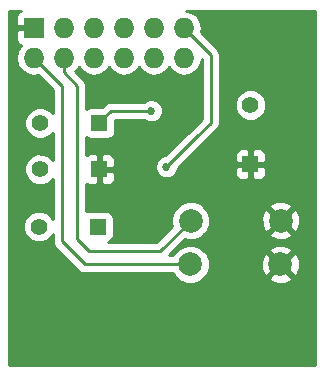
<source format=gbl>
G04 #@! TF.FileFunction,Copper,L2,Bot,Signal*
%FSLAX46Y46*%
G04 Gerber Fmt 4.6, Leading zero omitted, Abs format (unit mm)*
G04 Created by KiCad (PCBNEW 4.0.1-3.201512221402+6198~38~ubuntu14.04.1-stable) date Sun 07 Feb 2016 08:00:25 PM PST*
%MOMM*%
G01*
G04 APERTURE LIST*
%ADD10C,0.100000*%
%ADD11R,1.727200X1.727200*%
%ADD12O,1.727200X1.727200*%
%ADD13R,1.400000X1.400000*%
%ADD14C,1.400000*%
%ADD15C,1.998980*%
%ADD16C,0.685800*%
%ADD17C,0.254000*%
G04 APERTURE END LIST*
D10*
D11*
X154597100Y-97612200D03*
D12*
X154597100Y-100152200D03*
X157137100Y-97612200D03*
X157137100Y-100152200D03*
X159677100Y-97612200D03*
X159677100Y-100152200D03*
X162217100Y-97612200D03*
X162217100Y-100152200D03*
X164757100Y-97612200D03*
X164757100Y-100152200D03*
X167297100Y-97612200D03*
X167297100Y-100152200D03*
D13*
X172948600Y-109143800D03*
D14*
X172948600Y-104143800D03*
D13*
X160143200Y-109575600D03*
D14*
X155143200Y-109575600D03*
D13*
X160147000Y-105664000D03*
D14*
X155147000Y-105664000D03*
D13*
X160020000Y-114427000D03*
D14*
X155020000Y-114427000D03*
D15*
X175488600Y-117627400D03*
X167868600Y-117627400D03*
X175514000Y-113919000D03*
X167894000Y-113919000D03*
D16*
X166042720Y-105525159D03*
X168680000Y-109094400D03*
X161798000Y-107594400D03*
X164541200Y-104622600D03*
X165836600Y-109372400D03*
D17*
X164541200Y-104622600D02*
X161137600Y-104622600D01*
X161137600Y-104622600D02*
X160147000Y-105613200D01*
X160147000Y-105613200D02*
X160147000Y-105664000D01*
X158927800Y-117627400D02*
X156972000Y-115671600D01*
X156972000Y-115671600D02*
X156972000Y-102527100D01*
X156972000Y-102527100D02*
X155460699Y-101015799D01*
X155460699Y-101015799D02*
X154597100Y-100152200D01*
X167868600Y-117627400D02*
X158927800Y-117627400D01*
X157137100Y-100152200D02*
X157137100Y-101373514D01*
X157137100Y-101373514D02*
X158292800Y-102529214D01*
X165303200Y-116509800D02*
X167894000Y-113919000D01*
X158292800Y-102529214D02*
X158292800Y-115493800D01*
X158292800Y-115493800D02*
X159308800Y-116509800D01*
X159308800Y-116509800D02*
X165303200Y-116509800D01*
X169570400Y-105664000D02*
X169570400Y-99885500D01*
X169570400Y-99885500D02*
X167297100Y-97612200D01*
X168465501Y-106768899D02*
X169570400Y-105664000D01*
X165836600Y-109372400D02*
X168440101Y-106768899D01*
X168440101Y-106768899D02*
X168465501Y-106768899D01*
G36*
X153373802Y-96210273D02*
X153195173Y-96388901D01*
X153098500Y-96622290D01*
X153098500Y-97326450D01*
X153257250Y-97485200D01*
X154470100Y-97485200D01*
X154470100Y-97465200D01*
X154724100Y-97465200D01*
X154724100Y-97485200D01*
X154744100Y-97485200D01*
X154744100Y-97739200D01*
X154724100Y-97739200D01*
X154724100Y-97759200D01*
X154470100Y-97759200D01*
X154470100Y-97739200D01*
X153257250Y-97739200D01*
X153098500Y-97897950D01*
X153098500Y-98602110D01*
X153195173Y-98835499D01*
X153373802Y-99014127D01*
X153529123Y-99078463D01*
X153508071Y-99092530D01*
X153183215Y-99578711D01*
X153069141Y-100152200D01*
X153183215Y-100725689D01*
X153508071Y-101211870D01*
X153994252Y-101536726D01*
X154567741Y-101650800D01*
X154626459Y-101650800D01*
X154953098Y-101585828D01*
X156210000Y-102842731D01*
X156210000Y-104839232D01*
X155904204Y-104532902D01*
X155413713Y-104329232D01*
X154882617Y-104328769D01*
X154391771Y-104531582D01*
X154015902Y-104906796D01*
X153812232Y-105397287D01*
X153811769Y-105928383D01*
X154014582Y-106419229D01*
X154389796Y-106795098D01*
X154880287Y-106998768D01*
X155411383Y-106999231D01*
X155902229Y-106796418D01*
X156210000Y-106489183D01*
X156210000Y-108754638D01*
X155900404Y-108444502D01*
X155409913Y-108240832D01*
X154878817Y-108240369D01*
X154387971Y-108443182D01*
X154012102Y-108818396D01*
X153808432Y-109308887D01*
X153807969Y-109839983D01*
X154010782Y-110330829D01*
X154385996Y-110706698D01*
X154876487Y-110910368D01*
X155407583Y-110910831D01*
X155898429Y-110708018D01*
X156210000Y-110396990D01*
X156210000Y-113811130D01*
X156152418Y-113671771D01*
X155777204Y-113295902D01*
X155286713Y-113092232D01*
X154755617Y-113091769D01*
X154264771Y-113294582D01*
X153888902Y-113669796D01*
X153685232Y-114160287D01*
X153684769Y-114691383D01*
X153887582Y-115182229D01*
X154262796Y-115558098D01*
X154753287Y-115761768D01*
X155284383Y-115762231D01*
X155775229Y-115559418D01*
X156151098Y-115184204D01*
X156210000Y-115042352D01*
X156210000Y-115671600D01*
X156268004Y-115963205D01*
X156424753Y-116197796D01*
X156433185Y-116210415D01*
X158388985Y-118166215D01*
X158636195Y-118331396D01*
X158927800Y-118389400D01*
X166414930Y-118389400D01*
X166482138Y-118552055D01*
X166941527Y-119012246D01*
X167542053Y-119261606D01*
X168192294Y-119262174D01*
X168793255Y-119013862D01*
X169027963Y-118779563D01*
X174516043Y-118779563D01*
X174614642Y-119046365D01*
X175224182Y-119272801D01*
X175873977Y-119248741D01*
X176362558Y-119046365D01*
X176461157Y-118779563D01*
X175488600Y-117807005D01*
X174516043Y-118779563D01*
X169027963Y-118779563D01*
X169253446Y-118554473D01*
X169502806Y-117953947D01*
X169503322Y-117362982D01*
X173843199Y-117362982D01*
X173867259Y-118012777D01*
X174069635Y-118501358D01*
X174336437Y-118599957D01*
X175308995Y-117627400D01*
X175668205Y-117627400D01*
X176640763Y-118599957D01*
X176907565Y-118501358D01*
X177134001Y-117891818D01*
X177109941Y-117242023D01*
X176907565Y-116753442D01*
X176640763Y-116654843D01*
X175668205Y-117627400D01*
X175308995Y-117627400D01*
X174336437Y-116654843D01*
X174069635Y-116753442D01*
X173843199Y-117362982D01*
X169503322Y-117362982D01*
X169503374Y-117303706D01*
X169255062Y-116702745D01*
X169027951Y-116475237D01*
X174516043Y-116475237D01*
X175488600Y-117447795D01*
X176461157Y-116475237D01*
X176362558Y-116208435D01*
X175753018Y-115981999D01*
X175103223Y-116006059D01*
X174614642Y-116208435D01*
X174516043Y-116475237D01*
X169027951Y-116475237D01*
X168795673Y-116242554D01*
X168195147Y-115993194D01*
X167544906Y-115992626D01*
X166943945Y-116240938D01*
X166483754Y-116700327D01*
X166415210Y-116865400D01*
X166025230Y-116865400D01*
X167404916Y-115485715D01*
X167567453Y-115553206D01*
X168217694Y-115553774D01*
X168818655Y-115305462D01*
X169053363Y-115071163D01*
X174541443Y-115071163D01*
X174640042Y-115337965D01*
X175249582Y-115564401D01*
X175899377Y-115540341D01*
X176387958Y-115337965D01*
X176486557Y-115071163D01*
X175514000Y-114098605D01*
X174541443Y-115071163D01*
X169053363Y-115071163D01*
X169278846Y-114846073D01*
X169528206Y-114245547D01*
X169528722Y-113654582D01*
X173868599Y-113654582D01*
X173892659Y-114304377D01*
X174095035Y-114792958D01*
X174361837Y-114891557D01*
X175334395Y-113919000D01*
X175693605Y-113919000D01*
X176666163Y-114891557D01*
X176932965Y-114792958D01*
X177159401Y-114183418D01*
X177135341Y-113533623D01*
X176932965Y-113045042D01*
X176666163Y-112946443D01*
X175693605Y-113919000D01*
X175334395Y-113919000D01*
X174361837Y-112946443D01*
X174095035Y-113045042D01*
X173868599Y-113654582D01*
X169528722Y-113654582D01*
X169528774Y-113595306D01*
X169280462Y-112994345D01*
X169053351Y-112766837D01*
X174541443Y-112766837D01*
X175514000Y-113739395D01*
X176486557Y-112766837D01*
X176387958Y-112500035D01*
X175778418Y-112273599D01*
X175128623Y-112297659D01*
X174640042Y-112500035D01*
X174541443Y-112766837D01*
X169053351Y-112766837D01*
X168821073Y-112534154D01*
X168220547Y-112284794D01*
X167570306Y-112284226D01*
X166969345Y-112532538D01*
X166509154Y-112991927D01*
X166259794Y-113592453D01*
X166259226Y-114242694D01*
X166327482Y-114407887D01*
X164987570Y-115747800D01*
X160861579Y-115747800D01*
X160955317Y-115730162D01*
X161171441Y-115591090D01*
X161316431Y-115378890D01*
X161367440Y-115127000D01*
X161367440Y-113727000D01*
X161323162Y-113491683D01*
X161184090Y-113275559D01*
X160971890Y-113130569D01*
X160720000Y-113079560D01*
X159320000Y-113079560D01*
X159084683Y-113123838D01*
X159054800Y-113143067D01*
X159054800Y-110785225D01*
X159083502Y-110813927D01*
X159316891Y-110910600D01*
X159857450Y-110910600D01*
X160016200Y-110751850D01*
X160016200Y-109702600D01*
X160270200Y-109702600D01*
X160270200Y-110751850D01*
X160428950Y-110910600D01*
X160969509Y-110910600D01*
X161202898Y-110813927D01*
X161381527Y-110635299D01*
X161478200Y-110401910D01*
X161478200Y-109861350D01*
X161319450Y-109702600D01*
X160270200Y-109702600D01*
X160016200Y-109702600D01*
X159996200Y-109702600D01*
X159996200Y-109448600D01*
X160016200Y-109448600D01*
X160016200Y-108399350D01*
X160270200Y-108399350D01*
X160270200Y-109448600D01*
X161319450Y-109448600D01*
X161478200Y-109289850D01*
X161478200Y-108749290D01*
X161381527Y-108515901D01*
X161202898Y-108337273D01*
X160969509Y-108240600D01*
X160428950Y-108240600D01*
X160270200Y-108399350D01*
X160016200Y-108399350D01*
X159857450Y-108240600D01*
X159316891Y-108240600D01*
X159083502Y-108337273D01*
X159054800Y-108365975D01*
X159054800Y-106864561D01*
X159195110Y-106960431D01*
X159447000Y-107011440D01*
X160847000Y-107011440D01*
X161082317Y-106967162D01*
X161298441Y-106828090D01*
X161443431Y-106615890D01*
X161494440Y-106364000D01*
X161494440Y-105384600D01*
X163920117Y-105384600D01*
X163986541Y-105451140D01*
X164345830Y-105600330D01*
X164734863Y-105600669D01*
X165094412Y-105452107D01*
X165369740Y-105177259D01*
X165518930Y-104817970D01*
X165519269Y-104428937D01*
X165370707Y-104069388D01*
X165095859Y-103794060D01*
X164736570Y-103644870D01*
X164347537Y-103644531D01*
X163987988Y-103793093D01*
X163920363Y-103860600D01*
X161137600Y-103860600D01*
X160845995Y-103918604D01*
X160622497Y-104067941D01*
X160598785Y-104083785D01*
X160366010Y-104316560D01*
X159447000Y-104316560D01*
X159211683Y-104360838D01*
X159054800Y-104461789D01*
X159054800Y-102529214D01*
X158996796Y-102237609D01*
X158889821Y-102077510D01*
X158831616Y-101990399D01*
X158122398Y-101281181D01*
X158226129Y-101211870D01*
X158407100Y-100941028D01*
X158588071Y-101211870D01*
X159074252Y-101536726D01*
X159647741Y-101650800D01*
X159706459Y-101650800D01*
X160279948Y-101536726D01*
X160766129Y-101211870D01*
X160947100Y-100941028D01*
X161128071Y-101211870D01*
X161614252Y-101536726D01*
X162187741Y-101650800D01*
X162246459Y-101650800D01*
X162819948Y-101536726D01*
X163306129Y-101211870D01*
X163487100Y-100941028D01*
X163668071Y-101211870D01*
X164154252Y-101536726D01*
X164727741Y-101650800D01*
X164786459Y-101650800D01*
X165359948Y-101536726D01*
X165846129Y-101211870D01*
X166027100Y-100941028D01*
X166208071Y-101211870D01*
X166694252Y-101536726D01*
X167267741Y-101650800D01*
X167326459Y-101650800D01*
X167899948Y-101536726D01*
X168386129Y-101211870D01*
X168710985Y-100725689D01*
X168808400Y-100235950D01*
X168808400Y-105348370D01*
X167977835Y-106178935D01*
X167901285Y-106230084D01*
X165736957Y-108394413D01*
X165642937Y-108394331D01*
X165283388Y-108542893D01*
X165008060Y-108817741D01*
X164858870Y-109177030D01*
X164858531Y-109566063D01*
X165007093Y-109925612D01*
X165281941Y-110200940D01*
X165641230Y-110350130D01*
X166030263Y-110350469D01*
X166389812Y-110201907D01*
X166665140Y-109927059D01*
X166814330Y-109567770D01*
X166814413Y-109472217D01*
X166857080Y-109429550D01*
X171613600Y-109429550D01*
X171613600Y-109970109D01*
X171710273Y-110203498D01*
X171888901Y-110382127D01*
X172122290Y-110478800D01*
X172662850Y-110478800D01*
X172821600Y-110320050D01*
X172821600Y-109270800D01*
X173075600Y-109270800D01*
X173075600Y-110320050D01*
X173234350Y-110478800D01*
X173774910Y-110478800D01*
X174008299Y-110382127D01*
X174186927Y-110203498D01*
X174283600Y-109970109D01*
X174283600Y-109429550D01*
X174124850Y-109270800D01*
X173075600Y-109270800D01*
X172821600Y-109270800D01*
X171772350Y-109270800D01*
X171613600Y-109429550D01*
X166857080Y-109429550D01*
X167969139Y-108317491D01*
X171613600Y-108317491D01*
X171613600Y-108858050D01*
X171772350Y-109016800D01*
X172821600Y-109016800D01*
X172821600Y-107967550D01*
X173075600Y-107967550D01*
X173075600Y-109016800D01*
X174124850Y-109016800D01*
X174283600Y-108858050D01*
X174283600Y-108317491D01*
X174186927Y-108084102D01*
X174008299Y-107905473D01*
X173774910Y-107808800D01*
X173234350Y-107808800D01*
X173075600Y-107967550D01*
X172821600Y-107967550D01*
X172662850Y-107808800D01*
X172122290Y-107808800D01*
X171888901Y-107905473D01*
X171710273Y-108084102D01*
X171613600Y-108317491D01*
X167969139Y-108317491D01*
X168927771Y-107358860D01*
X169004316Y-107307714D01*
X170109215Y-106202815D01*
X170274396Y-105955605D01*
X170284501Y-105904804D01*
X170332400Y-105664000D01*
X170332400Y-104408183D01*
X171613369Y-104408183D01*
X171816182Y-104899029D01*
X172191396Y-105274898D01*
X172681887Y-105478568D01*
X173212983Y-105479031D01*
X173703829Y-105276218D01*
X174079698Y-104901004D01*
X174283368Y-104410513D01*
X174283831Y-103879417D01*
X174081018Y-103388571D01*
X173705804Y-103012702D01*
X173215313Y-102809032D01*
X172684217Y-102808569D01*
X172193371Y-103011382D01*
X171817502Y-103386596D01*
X171613832Y-103877087D01*
X171613369Y-104408183D01*
X170332400Y-104408183D01*
X170332400Y-99885500D01*
X170274396Y-99593895D01*
X170138292Y-99390201D01*
X170109216Y-99346685D01*
X168750345Y-97987814D01*
X168825059Y-97612200D01*
X168710985Y-97038711D01*
X168386129Y-96552530D01*
X167899948Y-96227674D01*
X167454153Y-96139000D01*
X178435000Y-96139000D01*
X178435000Y-126111000D01*
X152527000Y-126111000D01*
X152527000Y-96139000D01*
X153545870Y-96139000D01*
X153373802Y-96210273D01*
X153373802Y-96210273D01*
G37*
X153373802Y-96210273D02*
X153195173Y-96388901D01*
X153098500Y-96622290D01*
X153098500Y-97326450D01*
X153257250Y-97485200D01*
X154470100Y-97485200D01*
X154470100Y-97465200D01*
X154724100Y-97465200D01*
X154724100Y-97485200D01*
X154744100Y-97485200D01*
X154744100Y-97739200D01*
X154724100Y-97739200D01*
X154724100Y-97759200D01*
X154470100Y-97759200D01*
X154470100Y-97739200D01*
X153257250Y-97739200D01*
X153098500Y-97897950D01*
X153098500Y-98602110D01*
X153195173Y-98835499D01*
X153373802Y-99014127D01*
X153529123Y-99078463D01*
X153508071Y-99092530D01*
X153183215Y-99578711D01*
X153069141Y-100152200D01*
X153183215Y-100725689D01*
X153508071Y-101211870D01*
X153994252Y-101536726D01*
X154567741Y-101650800D01*
X154626459Y-101650800D01*
X154953098Y-101585828D01*
X156210000Y-102842731D01*
X156210000Y-104839232D01*
X155904204Y-104532902D01*
X155413713Y-104329232D01*
X154882617Y-104328769D01*
X154391771Y-104531582D01*
X154015902Y-104906796D01*
X153812232Y-105397287D01*
X153811769Y-105928383D01*
X154014582Y-106419229D01*
X154389796Y-106795098D01*
X154880287Y-106998768D01*
X155411383Y-106999231D01*
X155902229Y-106796418D01*
X156210000Y-106489183D01*
X156210000Y-108754638D01*
X155900404Y-108444502D01*
X155409913Y-108240832D01*
X154878817Y-108240369D01*
X154387971Y-108443182D01*
X154012102Y-108818396D01*
X153808432Y-109308887D01*
X153807969Y-109839983D01*
X154010782Y-110330829D01*
X154385996Y-110706698D01*
X154876487Y-110910368D01*
X155407583Y-110910831D01*
X155898429Y-110708018D01*
X156210000Y-110396990D01*
X156210000Y-113811130D01*
X156152418Y-113671771D01*
X155777204Y-113295902D01*
X155286713Y-113092232D01*
X154755617Y-113091769D01*
X154264771Y-113294582D01*
X153888902Y-113669796D01*
X153685232Y-114160287D01*
X153684769Y-114691383D01*
X153887582Y-115182229D01*
X154262796Y-115558098D01*
X154753287Y-115761768D01*
X155284383Y-115762231D01*
X155775229Y-115559418D01*
X156151098Y-115184204D01*
X156210000Y-115042352D01*
X156210000Y-115671600D01*
X156268004Y-115963205D01*
X156424753Y-116197796D01*
X156433185Y-116210415D01*
X158388985Y-118166215D01*
X158636195Y-118331396D01*
X158927800Y-118389400D01*
X166414930Y-118389400D01*
X166482138Y-118552055D01*
X166941527Y-119012246D01*
X167542053Y-119261606D01*
X168192294Y-119262174D01*
X168793255Y-119013862D01*
X169027963Y-118779563D01*
X174516043Y-118779563D01*
X174614642Y-119046365D01*
X175224182Y-119272801D01*
X175873977Y-119248741D01*
X176362558Y-119046365D01*
X176461157Y-118779563D01*
X175488600Y-117807005D01*
X174516043Y-118779563D01*
X169027963Y-118779563D01*
X169253446Y-118554473D01*
X169502806Y-117953947D01*
X169503322Y-117362982D01*
X173843199Y-117362982D01*
X173867259Y-118012777D01*
X174069635Y-118501358D01*
X174336437Y-118599957D01*
X175308995Y-117627400D01*
X175668205Y-117627400D01*
X176640763Y-118599957D01*
X176907565Y-118501358D01*
X177134001Y-117891818D01*
X177109941Y-117242023D01*
X176907565Y-116753442D01*
X176640763Y-116654843D01*
X175668205Y-117627400D01*
X175308995Y-117627400D01*
X174336437Y-116654843D01*
X174069635Y-116753442D01*
X173843199Y-117362982D01*
X169503322Y-117362982D01*
X169503374Y-117303706D01*
X169255062Y-116702745D01*
X169027951Y-116475237D01*
X174516043Y-116475237D01*
X175488600Y-117447795D01*
X176461157Y-116475237D01*
X176362558Y-116208435D01*
X175753018Y-115981999D01*
X175103223Y-116006059D01*
X174614642Y-116208435D01*
X174516043Y-116475237D01*
X169027951Y-116475237D01*
X168795673Y-116242554D01*
X168195147Y-115993194D01*
X167544906Y-115992626D01*
X166943945Y-116240938D01*
X166483754Y-116700327D01*
X166415210Y-116865400D01*
X166025230Y-116865400D01*
X167404916Y-115485715D01*
X167567453Y-115553206D01*
X168217694Y-115553774D01*
X168818655Y-115305462D01*
X169053363Y-115071163D01*
X174541443Y-115071163D01*
X174640042Y-115337965D01*
X175249582Y-115564401D01*
X175899377Y-115540341D01*
X176387958Y-115337965D01*
X176486557Y-115071163D01*
X175514000Y-114098605D01*
X174541443Y-115071163D01*
X169053363Y-115071163D01*
X169278846Y-114846073D01*
X169528206Y-114245547D01*
X169528722Y-113654582D01*
X173868599Y-113654582D01*
X173892659Y-114304377D01*
X174095035Y-114792958D01*
X174361837Y-114891557D01*
X175334395Y-113919000D01*
X175693605Y-113919000D01*
X176666163Y-114891557D01*
X176932965Y-114792958D01*
X177159401Y-114183418D01*
X177135341Y-113533623D01*
X176932965Y-113045042D01*
X176666163Y-112946443D01*
X175693605Y-113919000D01*
X175334395Y-113919000D01*
X174361837Y-112946443D01*
X174095035Y-113045042D01*
X173868599Y-113654582D01*
X169528722Y-113654582D01*
X169528774Y-113595306D01*
X169280462Y-112994345D01*
X169053351Y-112766837D01*
X174541443Y-112766837D01*
X175514000Y-113739395D01*
X176486557Y-112766837D01*
X176387958Y-112500035D01*
X175778418Y-112273599D01*
X175128623Y-112297659D01*
X174640042Y-112500035D01*
X174541443Y-112766837D01*
X169053351Y-112766837D01*
X168821073Y-112534154D01*
X168220547Y-112284794D01*
X167570306Y-112284226D01*
X166969345Y-112532538D01*
X166509154Y-112991927D01*
X166259794Y-113592453D01*
X166259226Y-114242694D01*
X166327482Y-114407887D01*
X164987570Y-115747800D01*
X160861579Y-115747800D01*
X160955317Y-115730162D01*
X161171441Y-115591090D01*
X161316431Y-115378890D01*
X161367440Y-115127000D01*
X161367440Y-113727000D01*
X161323162Y-113491683D01*
X161184090Y-113275559D01*
X160971890Y-113130569D01*
X160720000Y-113079560D01*
X159320000Y-113079560D01*
X159084683Y-113123838D01*
X159054800Y-113143067D01*
X159054800Y-110785225D01*
X159083502Y-110813927D01*
X159316891Y-110910600D01*
X159857450Y-110910600D01*
X160016200Y-110751850D01*
X160016200Y-109702600D01*
X160270200Y-109702600D01*
X160270200Y-110751850D01*
X160428950Y-110910600D01*
X160969509Y-110910600D01*
X161202898Y-110813927D01*
X161381527Y-110635299D01*
X161478200Y-110401910D01*
X161478200Y-109861350D01*
X161319450Y-109702600D01*
X160270200Y-109702600D01*
X160016200Y-109702600D01*
X159996200Y-109702600D01*
X159996200Y-109448600D01*
X160016200Y-109448600D01*
X160016200Y-108399350D01*
X160270200Y-108399350D01*
X160270200Y-109448600D01*
X161319450Y-109448600D01*
X161478200Y-109289850D01*
X161478200Y-108749290D01*
X161381527Y-108515901D01*
X161202898Y-108337273D01*
X160969509Y-108240600D01*
X160428950Y-108240600D01*
X160270200Y-108399350D01*
X160016200Y-108399350D01*
X159857450Y-108240600D01*
X159316891Y-108240600D01*
X159083502Y-108337273D01*
X159054800Y-108365975D01*
X159054800Y-106864561D01*
X159195110Y-106960431D01*
X159447000Y-107011440D01*
X160847000Y-107011440D01*
X161082317Y-106967162D01*
X161298441Y-106828090D01*
X161443431Y-106615890D01*
X161494440Y-106364000D01*
X161494440Y-105384600D01*
X163920117Y-105384600D01*
X163986541Y-105451140D01*
X164345830Y-105600330D01*
X164734863Y-105600669D01*
X165094412Y-105452107D01*
X165369740Y-105177259D01*
X165518930Y-104817970D01*
X165519269Y-104428937D01*
X165370707Y-104069388D01*
X165095859Y-103794060D01*
X164736570Y-103644870D01*
X164347537Y-103644531D01*
X163987988Y-103793093D01*
X163920363Y-103860600D01*
X161137600Y-103860600D01*
X160845995Y-103918604D01*
X160622497Y-104067941D01*
X160598785Y-104083785D01*
X160366010Y-104316560D01*
X159447000Y-104316560D01*
X159211683Y-104360838D01*
X159054800Y-104461789D01*
X159054800Y-102529214D01*
X158996796Y-102237609D01*
X158889821Y-102077510D01*
X158831616Y-101990399D01*
X158122398Y-101281181D01*
X158226129Y-101211870D01*
X158407100Y-100941028D01*
X158588071Y-101211870D01*
X159074252Y-101536726D01*
X159647741Y-101650800D01*
X159706459Y-101650800D01*
X160279948Y-101536726D01*
X160766129Y-101211870D01*
X160947100Y-100941028D01*
X161128071Y-101211870D01*
X161614252Y-101536726D01*
X162187741Y-101650800D01*
X162246459Y-101650800D01*
X162819948Y-101536726D01*
X163306129Y-101211870D01*
X163487100Y-100941028D01*
X163668071Y-101211870D01*
X164154252Y-101536726D01*
X164727741Y-101650800D01*
X164786459Y-101650800D01*
X165359948Y-101536726D01*
X165846129Y-101211870D01*
X166027100Y-100941028D01*
X166208071Y-101211870D01*
X166694252Y-101536726D01*
X167267741Y-101650800D01*
X167326459Y-101650800D01*
X167899948Y-101536726D01*
X168386129Y-101211870D01*
X168710985Y-100725689D01*
X168808400Y-100235950D01*
X168808400Y-105348370D01*
X167977835Y-106178935D01*
X167901285Y-106230084D01*
X165736957Y-108394413D01*
X165642937Y-108394331D01*
X165283388Y-108542893D01*
X165008060Y-108817741D01*
X164858870Y-109177030D01*
X164858531Y-109566063D01*
X165007093Y-109925612D01*
X165281941Y-110200940D01*
X165641230Y-110350130D01*
X166030263Y-110350469D01*
X166389812Y-110201907D01*
X166665140Y-109927059D01*
X166814330Y-109567770D01*
X166814413Y-109472217D01*
X166857080Y-109429550D01*
X171613600Y-109429550D01*
X171613600Y-109970109D01*
X171710273Y-110203498D01*
X171888901Y-110382127D01*
X172122290Y-110478800D01*
X172662850Y-110478800D01*
X172821600Y-110320050D01*
X172821600Y-109270800D01*
X173075600Y-109270800D01*
X173075600Y-110320050D01*
X173234350Y-110478800D01*
X173774910Y-110478800D01*
X174008299Y-110382127D01*
X174186927Y-110203498D01*
X174283600Y-109970109D01*
X174283600Y-109429550D01*
X174124850Y-109270800D01*
X173075600Y-109270800D01*
X172821600Y-109270800D01*
X171772350Y-109270800D01*
X171613600Y-109429550D01*
X166857080Y-109429550D01*
X167969139Y-108317491D01*
X171613600Y-108317491D01*
X171613600Y-108858050D01*
X171772350Y-109016800D01*
X172821600Y-109016800D01*
X172821600Y-107967550D01*
X173075600Y-107967550D01*
X173075600Y-109016800D01*
X174124850Y-109016800D01*
X174283600Y-108858050D01*
X174283600Y-108317491D01*
X174186927Y-108084102D01*
X174008299Y-107905473D01*
X173774910Y-107808800D01*
X173234350Y-107808800D01*
X173075600Y-107967550D01*
X172821600Y-107967550D01*
X172662850Y-107808800D01*
X172122290Y-107808800D01*
X171888901Y-107905473D01*
X171710273Y-108084102D01*
X171613600Y-108317491D01*
X167969139Y-108317491D01*
X168927771Y-107358860D01*
X169004316Y-107307714D01*
X170109215Y-106202815D01*
X170274396Y-105955605D01*
X170284501Y-105904804D01*
X170332400Y-105664000D01*
X170332400Y-104408183D01*
X171613369Y-104408183D01*
X171816182Y-104899029D01*
X172191396Y-105274898D01*
X172681887Y-105478568D01*
X173212983Y-105479031D01*
X173703829Y-105276218D01*
X174079698Y-104901004D01*
X174283368Y-104410513D01*
X174283831Y-103879417D01*
X174081018Y-103388571D01*
X173705804Y-103012702D01*
X173215313Y-102809032D01*
X172684217Y-102808569D01*
X172193371Y-103011382D01*
X171817502Y-103386596D01*
X171613832Y-103877087D01*
X171613369Y-104408183D01*
X170332400Y-104408183D01*
X170332400Y-99885500D01*
X170274396Y-99593895D01*
X170138292Y-99390201D01*
X170109216Y-99346685D01*
X168750345Y-97987814D01*
X168825059Y-97612200D01*
X168710985Y-97038711D01*
X168386129Y-96552530D01*
X167899948Y-96227674D01*
X167454153Y-96139000D01*
X178435000Y-96139000D01*
X178435000Y-126111000D01*
X152527000Y-126111000D01*
X152527000Y-96139000D01*
X153545870Y-96139000D01*
X153373802Y-96210273D01*
M02*

</source>
